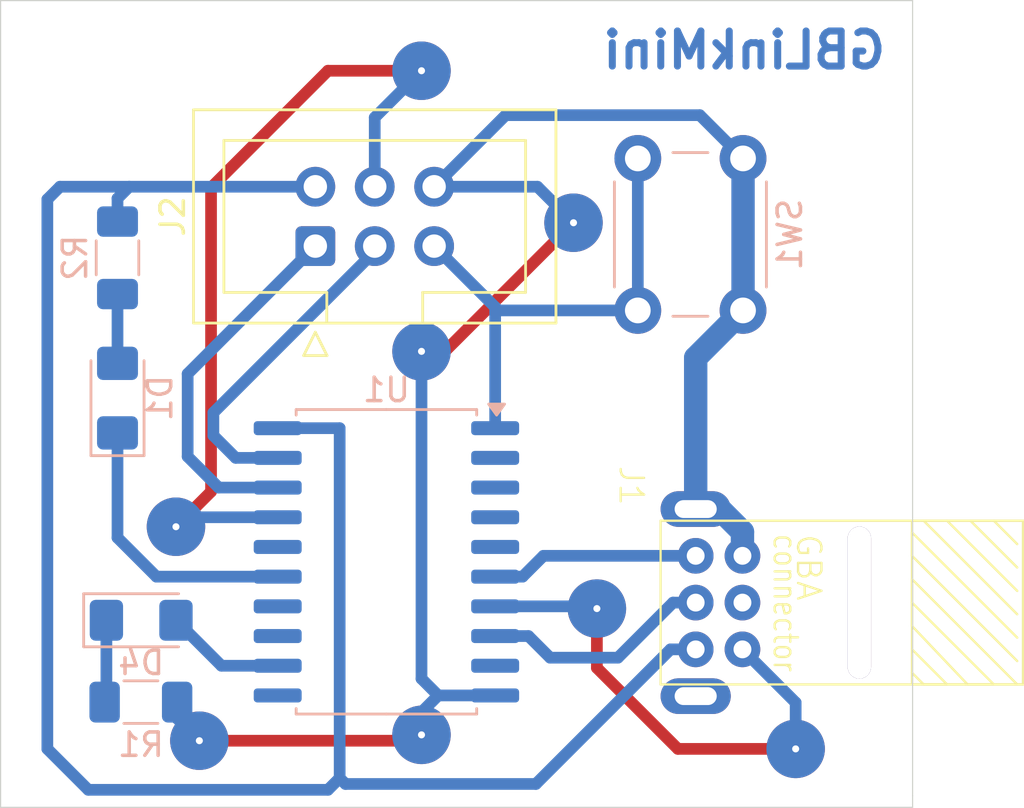
<source format=kicad_pcb>
(kicad_pcb (version 20240108) (generator "pcbnew") (generator_version "8.0")
  (layers (0 "F.Cu" signal) (31 "B.Cu" signal) (34 "B.Paste" user) (35 "F.Paste" user) (36 "B.SilkS" user "B.Silkscreen") (37 "F.SilkS" user "F.Silkscreen") (38 "B.Mask" user) (39 "F.Mask" user) (44 "Edge.Cuts" user))
  (net 0 "")
  (net 1 "/GND")
  (net 2 "/GB_CLK")
  (net 3 "/GB_OUT")
  (net 4 "/GB_IN")
  (net 5 "/VCC")
  (net 6 "/~RESET")
  (net 7 "/MOSI")
  (net 8 "/SCK")
  (net 9 "/MISO")
  (net 10 "Net-(D4-K)")
  (net 11 "unconnected-(D4-A-Pad2)")
  (net 12 "unconnected-(D1-K-Pad1)")
  (net 13 "Net-(D1-A)")
  (footprint "kalshagar:GBA_Link_Connector_Male" (layer "F.Cu") (at 156.475 83.244 -90)
    (property "Reference" "J1" (at 0 -0.5 -90) (layer "F.SilkS") (effects (font (thickness 0.1))))
    (property "Value" "~")
    (fp_line (start 1.5 -1.75) (end 8.5 -1.75) (stroke (width 0.1)) (layer "F.SilkS"))
    (fp_line (start 8.5 -1.75) (end 8.5 -17.25) (stroke (width 0.1)) (layer "F.SilkS"))
    (fp_line (start 2 -12.5) (end 3 -12.5) (stroke (width 0.1)) (layer "F.SilkS"))
    (fp_line (start 3 -12.5) (end 7.5 -17) (stroke (width 0.1)) (layer "F.SilkS"))
    (fp_line (start 4 -12.5) (end 5 -12.5) (stroke (width 0.1)) (layer "F.SilkS"))
    (fp_line (start 5 -12.5) (end 8.5 -16) (stroke (width 0.1)) (layer "F.SilkS"))
    (fp_line (start 7 -12.5) (end 8.5 -14) (stroke (width 0.1)) (layer "F.SilkS"))
    (fp_line (start 1.5 -13) (end 5.5 -17) (stroke (width 0.1)) (layer "F.SilkS"))
    (fp_line (start 8.5 -13) (end 8 -12.5) (stroke (width 0.1)) (layer "F.SilkS"))
    (fp_line (start 1.5 -14) (end 1.5 -13) (stroke (width 0.1)) (layer "F.SilkS"))
    (fp_line (start 8.5 -14) (end 8.5 -13) (stroke (width 0.1)) (layer "F.SilkS"))
    (fp_line (start 8.5 -14.875) (end 6 -12.5) (stroke (width 0.1)) (layer "F.SilkS"))
    (fp_line (start 1.5 -15) (end 3.5 -17) (stroke (width 0.1)) (layer "F.SilkS"))
    (fp_line (start 1.5 -16) (end 1.5 -15) (stroke (width 0.1)) (layer "F.SilkS"))
    (fp_line (start 8.5 -16) (end 8.5 -14.875) (stroke (width 0.1)) (layer "F.SilkS"))
    (fp_line (start 2.5 -17) (end 1.5 -16) (stroke (width 0.1)) (layer "F.SilkS"))
    (fp_line (start 4.5 -17) (end 1.5 -14) (stroke (width 0.1)) (layer "F.SilkS"))
    (fp_line (start 6.5 -17) (end 2 -12.5) (stroke (width 0.1)) (layer "F.SilkS"))
    (fp_line (start 8.5 -17) (end 4 -12.5) (stroke (width 0.1)) (layer "F.SilkS"))
    (fp_line (start 1.5 -17.25) (end 1.5 -1.75) (stroke (width 0.1)) (layer "F.SilkS"))
    (fp_line (start 8.5 -17.25) (end 1.5 -17.25) (stroke (width 0.1)) (layer "F.SilkS"))
    (fp_rect (start 5 -12.5) (end 6 -12.5) (stroke (width 0.1)) (fill none) (layer "F.SilkS"))
    (fp_rect (start 1.5 -17.25) (end 8.5 -12.5) (stroke (width 0.1)) (fill none) (layer "F.SilkS"))
    (fp_text user "GBA" (at 2 -7.5 -90) (layer "F.SilkS") (effects (font (thickness 0.1)) (justify left bottom)))
    (fp_text user "connector" (at 2 -6.5 -90) (layer "F.SilkS") (effects (font (size 1 0.8) (thickness 0.1)) (justify left bottom)))
    (pad "1" thru_hole circle (at 7 -3.25 270) (size 1.524 1.524) (drill 0.762) (layers "*.Cu" "*.Mask") (net 5 "/VCC"))
    (pad "2" thru_hole circle (at 5 -3.25 270) (size 1.524 1.524) (drill 0.762) (layers "*.Cu" "*.Mask") (net 4 "/GB_IN"))
    (pad "3" thru_hole circle (at 3 -3.25 270) (size 1.524 1.524) (drill 0.762) (layers "*.Cu" "*.Mask") (net 2 "/GB_CLK"))
    (pad "4" thru_hole circle (at 7 -5.25 270) (size 1.524 1.524) (drill 0.762) (layers "*.Cu" "*.Mask") (net 3 "/GB_OUT"))
    (pad "5" thru_hole circle (at 5 -5.25 270) (size 1.524 1.524) (drill 0.762) (layers "*.Cu" "*.Mask"))
    (pad "6" thru_hole oval (at 1 -3.25 270) (size 1.524 3) (drill oval 0.762 1.8) (layers "*.Cu" "*.Mask") (net 1 "/GND"))
    (pad "6" thru_hole circle (at 3 -5.25 270) (size 1.524 1.524) (drill 0.762) (layers "*.Cu" "*.Mask") (net 1 "/GND"))
    (pad "6" thru_hole oval (at 9 -3.25 270) (size 1.524 3) (drill oval 0.762 1.8) (layers "*.Cu" "*.Mask") (net 1 "/GND"))
    (pad "7" thru_hole oval (at 5 -10.25) (size 1 6.5) (drill oval 1 6.5) (layers "*.Cu" "*.Mask"))
  )
  (footprint "Connector_IDC:IDC-Header_2x03_P2.54mm_Vertical" (layer "F.Cu") (at 143.46 73 90)
    (property "Reference" "J2" (at 1.27 -6.1 -90) (layer "F.SilkS"))
    (property "Value" "AVR-ISP-6")
    (fp_line (start 5.83 -5.21) (end 5.83 10.29) (stroke (width 0.12)) (layer "F.SilkS"))
    (fp_line (start -3.29 -5.21) (end 5.83 -5.21) (stroke (width 0.12)) (layer "F.SilkS"))
    (fp_line (start 4.52 -3.91) (end 4.52 8.99) (stroke (width 0.12)) (layer "F.SilkS"))
    (fp_line (start -1.98 -3.91) (end 4.52 -3.91) (stroke (width 0.12)) (layer "F.SilkS"))
    (fp_line (start -4.68 -0.5) (end -4.68 0.5) (stroke (width 0.12)) (layer "F.SilkS"))
    (fp_line (start -3.68 0) (end -4.68 -0.5) (stroke (width 0.12)) (layer "F.SilkS"))
    (fp_line (start -1.98 0.49) (end -1.98 -3.91) (stroke (width 0.12)) (layer "F.SilkS"))
    (fp_line (start -3.29 0.49) (end -1.98 0.49) (stroke (width 0.12)) (layer "F.SilkS"))
    (fp_line (start -4.68 0.5) (end -3.68 0) (stroke (width 0.12)) (layer "F.SilkS"))
    (fp_line (start -1.98 4.59) (end -1.98 4.59) (stroke (width 0.12)) (layer "F.SilkS"))
    (fp_line (start -1.98 4.59) (end -3.29 4.59) (stroke (width 0.12)) (layer "F.SilkS"))
    (fp_line (start 4.52 8.99) (end -1.98 8.99) (stroke (width 0.12)) (layer "F.SilkS"))
    (fp_line (start -1.98 8.99) (end -1.98 4.59) (stroke (width 0.12)) (layer "F.SilkS"))
    (fp_line (start 5.83 10.29) (end -3.29 10.29) (stroke (width 0.12)) (layer "F.SilkS"))
    (fp_line (start -3.29 10.29) (end -3.29 -5.21) (stroke (width 0.12)) (layer "F.SilkS"))
    (pad "1" thru_hole roundrect (at 0 0 90) (size 1.7 1.7) (drill 1) (layers "*.Cu" "*.Mask") (roundrect_rratio 0.147059) (net 9 "/MISO"))
    (pad "2" thru_hole circle (at 2.54 0 90) (size 1.7 1.7) (drill 1) (layers "*.Cu" "*.Mask") (net 5 "/VCC"))
    (pad "3" thru_hole circle (at 0 2.54 90) (size 1.7 1.7) (drill 1) (layers "*.Cu" "*.Mask") (net 8 "/SCK"))
    (pad "4" thru_hole circle (at 2.54 2.54 90) (size 1.7 1.7) (drill 1) (layers "*.Cu" "*.Mask") (net 7 "/MOSI"))
    (pad "5" thru_hole circle (at 0 5.08 90) (size 1.7 1.7) (drill 1) (layers "*.Cu" "*.Mask") (net 6 "/~RESET"))
    (pad "6" thru_hole circle (at 2.54 5.08 90) (size 1.7 1.7) (drill 1) (layers "*.Cu" "*.Mask") (net 1 "/GND"))
  )
  (footprint "Resistor_SMD:R_1206_3216Metric_Pad1.30x1.75mm_HandSolder" (layer "B.Cu") (at 136 92.5)
    (property "Reference" "R1" (at 0 1.82 0) (layer "B.SilkS") (effects (justify mirror)))
    (property "Value" "R")
    (fp_line (start 0.727064 -0.91) (end -0.727064 -0.91) (stroke (width 0.12)) (layer "B.SilkS"))
    (fp_line (start 0.727064 0.91) (end -0.727064 0.91) (stroke (width 0.12)) (layer "B.SilkS"))
    (pad "1" smd roundrect (at -1.55 0) (size 1.3 1.75) (layers "B.Cu" "B.Paste" "B.Mask") (roundrect_rratio 0.192308) (net 10 "Net-(D4-K)"))
    (pad "2" smd roundrect (at 1.55 0) (size 1.3 1.75) (layers "B.Cu" "B.Paste" "B.Mask") (roundrect_rratio 0.192308) (net 1 "/GND"))
  )
  (footprint "LED_SMD:LED_1206_3216Metric_Pad1.42x1.75mm_HandSolder" (layer "B.Cu") (at 136.0125 89)
    (property "Reference" "D4" (at 0 1.82 0) (layer "B.SilkS") (effects (justify mirror)))
    (property "Value" "LED")
    (fp_line (start -2.46 -1.135) (end -2.46 1.135) (stroke (width 0.12)) (layer "B.SilkS"))
    (fp_line (start -2.46 1.135) (end 1.6 1.135) (stroke (width 0.12)) (layer "B.SilkS"))
    (fp_line (start 1.6 -1.135) (end -2.46 -1.135) (stroke (width 0.12)) (layer "B.SilkS"))
    (pad "1" smd roundrect (at -1.4875 0) (size 1.425 1.75) (layers "B.Cu" "B.Paste" "B.Mask") (roundrect_rratio 0.175439) (net 10 "Net-(D4-K)"))
    (pad "2" smd roundrect (at 1.4875 0) (size 1.425 1.75) (layers "B.Cu" "B.Paste" "B.Mask") (roundrect_rratio 0.175439) (net 11 "unconnected-(D4-A-Pad2)"))
  )
  (footprint "Resistor_SMD:R_1206_3216Metric_Pad1.30x1.75mm_HandSolder" (layer "B.Cu") (at 135 73.5 -90)
    (property "Reference" "R2" (at 0 1.82 90) (layer "B.SilkS") (effects (justify mirror)))
    (property "Value" "R")
    (fp_line (start 0.727064 0.91) (end -0.727064 0.91) (stroke (width 0.12)) (layer "B.SilkS"))
    (fp_line (start 0.727064 -0.91) (end -0.727064 -0.91) (stroke (width 0.12)) (layer "B.SilkS"))
    (pad "1" smd roundrect (at -1.55 0 270) (size 1.3 1.75) (layers "B.Cu" "B.Paste" "B.Mask") (roundrect_rratio 0.192308) (net 5 "/VCC"))
    (pad "2" smd roundrect (at 1.55 0 270) (size 1.3 1.75) (layers "B.Cu" "B.Paste" "B.Mask") (roundrect_rratio 0.192308) (net 13 "Net-(D1-A)"))
  )
  (footprint "Button_Switch_THT:SW_PUSH_6mm" (layer "B.Cu") (at 161.75 75.75 90)
    (property "Reference" "SW1" (at 3.25 2 -90) (layer "B.SilkS") (effects (justify mirror)))
    (property "Value" "SW_Reset")
    (fp_line (start 5.5 -5.5) (end 1 -5.5) (stroke (width 0.12)) (layer "B.SilkS"))
    (fp_line (start -0.25 -3) (end -0.25 -1.5) (stroke (width 0.12)) (layer "B.SilkS"))
    (fp_line (start 6.75 -1.5) (end 6.75 -3) (stroke (width 0.12)) (layer "B.SilkS"))
    (fp_line (start 1 1) (end 5.5 1) (stroke (width 0.12)) (layer "B.SilkS"))
    (pad "1" thru_hole circle (at 0 0) (size 2 2) (drill 1.1) (layers "*.Cu" "*.Mask") (net 1 "/GND"))
    (pad "1" thru_hole circle (at 6.5 0) (size 2 2) (drill 1.1) (layers "*.Cu" "*.Mask") (net 1 "/GND"))
    (pad "2" thru_hole circle (at 0 -4.5) (size 2 2) (drill 1.1) (layers "*.Cu" "*.Mask") (net 6 "/~RESET"))
    (pad "2" thru_hole circle (at 6.5 -4.5) (size 2 2) (drill 1.1) (layers "*.Cu" "*.Mask") (net 6 "/~RESET"))
  )
  (footprint "Package_SO:SOIC-20W_7.5x12.8mm_P1.27mm" (layer "B.Cu") (at 146.5 86.5 180)
    (property "Reference" "U1" (at 0 7.35 180) (layer "B.SilkS") (effects (justify mirror)))
    (property "Value" "ATtiny2313-20S")
    (fp_line (start 3.86 6.51) (end 0 6.51) (stroke (width 0.12)) (layer "B.SilkS"))
    (fp_line (start 3.86 6.275) (end 3.86 6.51) (stroke (width 0.12)) (layer "B.SilkS"))
    (fp_line (start 3.86 -6.275) (end 3.86 -6.51) (stroke (width 0.12)) (layer "B.SilkS"))
    (fp_line (start 3.86 -6.51) (end 0 -6.51) (stroke (width 0.12)) (layer "B.SilkS"))
    (fp_line (start -3.86 6.51) (end 0 6.51) (stroke (width 0.12)) (layer "B.SilkS"))
    (fp_line (start -3.86 6.275) (end -3.86 6.51) (stroke (width 0.12)) (layer "B.SilkS"))
    (fp_line (start -3.86 -6.275) (end -3.86 -6.51) (stroke (width 0.12)) (layer "B.SilkS"))
    (fp_line (start -3.86 -6.51) (end 0 -6.51) (stroke (width 0.12)) (layer "B.SilkS"))
    (fp_poly (pts (xy -4.7125 6.275) (xy -5.0525 6.745) (xy -4.3725 6.745) (xy -4.7125 6.275)) (stroke (width 0.12)) (fill solid) (layer "B.SilkS"))
    (pad "1" smd roundrect (at -4.65 5.715 180) (size 2.05 0.6) (layers "B.Cu" "B.Paste" "B.Mask") (net 6 "/~RESET"))
    (pad "2" smd roundrect (at -4.65 4.445 180) (size 2.05 0.6) (layers "B.Cu" "B.Paste" "B.Mask"))
    (pad "3" smd roundrect (at -4.65 3.175 180) (size 2.05 0.6) (layers "B.Cu" "B.Paste" "B.Mask"))
    (pad "4" smd roundrect (at -4.65 1.905 180) (size 2.05 0.6) (layers "B.Cu" "B.Paste" "B.Mask"))
    (pad "5" smd roundrect (at -4.65 0.635 180) (size 2.05 0.6) (layers "B.Cu" "B.Paste" "B.Mask"))
    (pad "6" smd roundrect (at -4.65 -0.635 180) (size 2.05 0.6) (layers "B.Cu" "B.Paste" "B.Mask") (net 2 "/GB_CLK"))
    (pad "7" smd roundrect (at -4.65 -1.905 180) (size 2.05 0.6) (layers "B.Cu" "B.Paste" "B.Mask") (net 3 "/GB_OUT"))
    (pad "8" smd roundrect (at -4.65 -3.175 180) (size 2.05 0.6) (layers "B.Cu" "B.Paste" "B.Mask") (net 4 "/GB_IN"))
    (pad "9" smd roundrect (at -4.65 -4.445 180) (size 2.05 0.6) (layers "B.Cu" "B.Paste" "B.Mask"))
    (pad "10" smd roundrect (at -4.65 -5.715 180) (size 2.05 0.6) (layers "B.Cu" "B.Paste" "B.Mask") (net 1 "/GND"))
    (pad "11" smd roundrect (at 4.65 -5.715 180) (size 2.05 0.6) (layers "B.Cu" "B.Paste" "B.Mask"))
    (pad "12" smd roundrect (at 4.65 -4.445 180) (size 2.05 0.6) (layers "B.Cu" "B.Paste" "B.Mask") (net 11 "unconnected-(D4-A-Pad2)"))
    (pad "13" smd roundrect (at 4.65 -3.175 180) (size 2.05 0.6) (layers "B.Cu" "B.Paste" "B.Mask"))
    (pad "14" smd roundrect (at 4.65 -1.905 180) (size 2.05 0.6) (layers "B.Cu" "B.Paste" "B.Mask"))
    (pad "15" smd roundrect (at 4.65 -0.635 180) (size 2.05 0.6) (layers "B.Cu" "B.Paste" "B.Mask") (net 12 "unconnected-(D1-K-Pad1)"))
    (pad "16" smd roundrect (at 4.65 0.635 180) (size 2.05 0.6) (layers "B.Cu" "B.Paste" "B.Mask"))
    (pad "17" smd roundrect (at 4.65 1.905 180) (size 2.05 0.6) (layers "B.Cu" "B.Paste" "B.Mask") (net 7 "/MOSI"))
    (pad "18" smd roundrect (at 4.65 3.175 180) (size 2.05 0.6) (layers "B.Cu" "B.Paste" "B.Mask") (net 9 "/MISO"))
    (pad "19" smd roundrect (at 4.65 4.445 180) (size 2.05 0.6) (layers "B.Cu" "B.Paste" "B.Mask") (net 8 "/SCK"))
    (pad "20" smd roundrect (at 4.65 5.715 180) (size 2.05 0.6) (layers "B.Cu" "B.Paste" "B.Mask") (net 5 "/VCC"))
  )
  (footprint "LED_SMD:LED_1206_3216Metric_Pad1.42x1.75mm_HandSolder" (layer "B.Cu") (at 135 79.5 90)
    (property "Reference" "D1" (at 0 1.82 -90) (layer "B.SilkS") (effects (justify mirror)))
    (property "Value" "LED")
    (fp_line (start 1.6 -1.135) (end -2.46 -1.135) (stroke (width 0.12)) (layer "B.SilkS"))
    (fp_line (start -2.46 -1.135) (end -2.46 1.135) (stroke (width 0.12)) (layer "B.SilkS"))
    (fp_line (start -2.46 1.135) (end 1.6 1.135) (stroke (width 0.12)) (layer "B.SilkS"))
    (pad "1" smd roundrect (at -1.4875 0 90) (size 1.425 1.75) (layers "B.Cu" "B.Paste" "B.Mask") (roundrect_rratio 0.175439) (net 12 "unconnected-(D1-K-Pad1)"))
    (pad "2" smd roundrect (at 1.4875 0 90) (size 1.425 1.75) (layers "B.Cu" "B.Paste" "B.Mask") (roundrect_rratio 0.175439) (net 13 "Net-(D1-A)"))
  )
  (gr_line (start 130 97) (end 169 97) (stroke (width 0.05)) (layer "Edge.Cuts"))
  (gr_line (start 169 62.5) (end 130 62.5) (stroke (width 0.05)) (layer "Edge.Cuts"))
  (gr_line (start 130 62.5) (end 130 97) (stroke (width 0.05)) (layer "Edge.Cuts"))
  (gr_line (start 169 97) (end 169 96.5) (stroke (width 0.05)) (layer "Edge.Cuts"))
  (gr_line (start 169 96.5) (end 169 62.5) (stroke (width 0.05)) (layer "Edge.Cuts"))
  (gr_text "GBLinkMini" (at 168 65.5 0) (layer "B.Cu") (effects (font (size 1.5 1.5) (thickness 0.3) (bold yes)) (justify left bottom mirror)))
  (segment (start 147.75 94.15) (end 148 93.9) (width 0.5) (layer "F.Cu") (net 1))
  (segment (start 149 77.5) (end 148 77.5) (width 0.5) (layer "F.Cu") (net 1))
  (segment (start 138.5 94.15) (end 147.75 94.15) (width 0.5) (layer "F.Cu") (net 1))
  (segment (start 154.5 72) (end 149 77.5) (width 0.5) (layer "F.Cu") (net 1))
  (via (at 138.5 94.15) (size 2.5) (drill 0.3) (layers "F.Cu" "B.Cu") (net 1))
  (via (at 148 93.9) (size 2.5) (drill 0.3) (layers "F.Cu" "B.Cu") (net 1))
  (via (at 154.5 72) (size 2.5) (drill 0.3) (layers "F.Cu" "B.Cu") (net 1))
  (via (at 148 77.5) (size 2.5) (drill 0.3) (layers "F.Cu" "B.Cu") (net 1))
  (segment (start 159.725 84.244) (end 160.749 84.244) (width 1) (layer "B.Cu") (net 1))
  (segment (start 161.725 85.22) (end 161.725 86.244) (width 1) (layer "B.Cu") (net 1))
  (segment (start 152.96 70.46) (end 154.5 72) (width 0.5) (layer "B.Cu") (net 1))
  (segment (start 148 93.9) (end 148 92.93) (width 0.5) (layer "B.Cu") (net 1))
  (segment (start 159.725 77.775) (end 161.75 75.75) (width 1) (layer "B.Cu") (net 1))
  (segment (start 148 91.5) (end 148.715 92.215) (width 0.5) (layer "B.Cu") (net 1))
  (segment (start 148.54 70.46) (end 151.6 67.4) (width 0.5) (layer "B.Cu") (net 1))
  (segment (start 137.55 93.2) (end 138.5 94.15) (width 0.5) (layer "B.Cu") (net 1))
  (segment (start 148.54 70.46) (end 152.96 70.46) (width 0.5) (layer "B.Cu") (net 1))
  (segment (start 148.715 92.215) (end 151.15 92.215) (width 0.5) (layer "B.Cu") (net 1))
  (segment (start 148 77.5) (end 148 91.5) (width 0.5) (layer "B.Cu") (net 1))
  (segment (start 148 92.93) (end 148.715 92.215) (width 0.5) (layer "B.Cu") (net 1))
  (segment (start 137.55 92.5) (end 137.55 93.2) (width 0.5) (layer "B.Cu") (net 1))
  (segment (start 160.749 84.244) (end 161.725 85.22) (width 1) (layer "B.Cu") (net 1))
  (segment (start 159.9 67.4) (end 161.75 69.25) (width 0.5) (layer "B.Cu") (net 1))
  (segment (start 151.6 67.4) (end 159.9 67.4) (width 0.5) (layer "B.Cu") (net 1))
  (segment (start 159.725 84.244) (end 159.725 77.775) (width 1) (layer "B.Cu") (net 1))
  (segment (start 161.75 75.75) (end 161.75 69.25) (width 1) (layer "B.Cu") (net 1))
  (segment (start 159.725 92.244) (end 159.624 92.345) (width 1) (layer "B.Cu") (net 1))
  (segment (start 153.21437 86.244) (end 152.32337 87.135) (width 0.5) (layer "B.Cu") (net 2))
  (segment (start 152.32337 87.135) (end 151.15 87.135) (width 0.5) (layer "B.Cu") (net 2))
  (segment (start 159.725 86.244) (end 153.21437 86.244) (width 0.5) (layer "B.Cu") (net 2))
  (segment (start 164 94.5) (end 158.963288 94.5) (width 0.5) (layer "F.Cu") (net 3))
  (segment (start 155.5 91.036712) (end 155.5 88.5) (width 0.5) (layer "F.Cu") (net 3))
  (segment (start 158.963288 94.5) (end 155.5 91.036712) (width 0.5) (layer "F.Cu") (net 3))
  (via (at 155.5 88.5) (size 2.5) (drill 0.3) (layers "F.Cu" "B.Cu") (net 3))
  (via (at 164 94.5) (size 2.5) (drill 0.3) (layers "F.Cu" "B.Cu") (net 3))
  (segment (start 155.405 88.405) (end 151.15 88.405) (width 0.5) (layer "B.Cu") (net 3))
  (segment (start 155.5 88.5) (end 155.405 88.405) (width 0.5) (layer "B.Cu") (net 3))
  (segment (start 164 92.519) (end 164 94.5) (width 0.5) (layer "B.Cu") (net 3))
  (segment (start 161.725 90.244) (end 164 92.519) (width 0.5) (layer "B.Cu") (net 3))
  (segment (start 158.756 88.244) (end 156.4 90.6) (width 0.5) (layer "B.Cu") (net 4))
  (segment (start 152.575 89.675) (end 151.15 89.675) (width 0.5) (layer "B.Cu") (net 4))
  (segment (start 153.5 90.6) (end 152.575 89.675) (width 0.5) (layer "B.Cu") (net 4))
  (segment (start 159.725 88.244) (end 158.756 88.244) (width 0.5) (layer "B.Cu") (net 4))
  (segment (start 156.4 90.6) (end 153.5 90.6) (width 0.5) (layer "B.Cu") (net 4))
  (segment (start 141.85 80.785) (end 144.5 80.785) (width 0.5) (layer "B.Cu") (net 5))
  (segment (start 132 94.5) (end 132 71) (width 0.5) (layer "B.Cu") (net 5))
  (segment (start 135 71.95) (end 135 70.96) (width 0.5) (layer "B.Cu") (net 5))
  (segment (start 144 96.25) (end 133.75 96.25) (width 0.5) (layer "B.Cu") (net 5))
  (segment (start 144.5 80.785) (end 144.5 95.75) (width 0.5) (layer "B.Cu") (net 5))
  (segment (start 144.75 96) (end 144.5 95.75) (width 0.5) (layer "B.Cu") (net 5))
  (segment (start 159.725 90.244) (end 158.64737 90.244) (width 0.5) (layer "B.Cu") (net 5))
  (segment (start 132.54 70.46) (end 135.5 70.46) (width 0.5) (layer "B.Cu") (net 5))
  (segment (start 152.89137 96) (end 144.75 96) (width 0.5) (layer "B.Cu") (net 5))
  (segment (start 133.75 96.25) (end 132 94.5) (width 0.5) (layer "B.Cu") (net 5))
  (segment (start 144.5 95.75) (end 144 96.25) (width 0.5) (layer "B.Cu") (net 5))
  (segment (start 135 70.96) (end 135.5 70.46) (width 0.5) (layer "B.Cu") (net 5))
  (segment (start 132 71) (end 132.54 70.46) (width 0.5) (layer "B.Cu") (net 5))
  (segment (start 158.64737 90.244) (end 152.89137 96) (width 0.5) (layer "B.Cu") (net 5))
  (segment (start 135.5 70.46) (end 143.46 70.46) (width 0.5) (layer "B.Cu") (net 5))
  (segment (start 148.54 73) (end 151.15 75.61) (width 0.5) (layer "B.Cu") (net 6))
  (segment (start 151.29 75.75) (end 151.15 75.61) (width 0.5) (layer "B.Cu") (net 6))
  (segment (start 157.25 69.25) (end 157.25 75.75) (width 0.5) (layer "B.Cu") (net 6))
  (segment (start 157.25 75.75) (end 151.29 75.75) (width 0.5) (layer "B.Cu") (net 6))
  (segment (start 151.15 75.61) (end 151.15 80.785) (width 0.5) (layer "B.Cu") (net 6))
  (segment (start 148 65.5) (end 144 65.5) (width 0.5) (layer "F.Cu") (net 7))
  (segment (start 139 70.5) (end 139 83.5) (width 0.5) (layer "F.Cu") (net 7))
  (segment (start 139 83.5) (end 137.5 85) (width 0.5) (layer "F.Cu") (net 7))
  (segment (start 144 65.5) (end 139 70.5) (width 0.5) (layer "F.Cu") (net 7))
  (via (at 137.5 85) (size 2.5) (drill 0.3) (layers "F.Cu" "B.Cu") (net 7))
  (via (at 148 65.5) (size 2.5) (drill 0.3) (layers "F.Cu" "B.Cu") (net 7))
  (segment (start 146 67.5) (end 146 70.46) (width 0.5) (layer "B.Cu") (net 7))
  (segment (start 137.5 85) (end 137.905 84.595) (width 0.5) (layer "B.Cu") (net 7))
  (segment (start 148 65.5) (end 146 67.5) (width 0.5) (layer "B.Cu") (net 7))
  (segment (start 137.905 84.595) (end 141.85 84.595) (width 0.5) (layer "B.Cu") (net 7))
  (segment (start 139.1 81.1) (end 140.055 82.055) (width 0.5) (layer "B.Cu") (net 8))
  (segment (start 146 73) (end 146 73.222562) (width 0.5) (layer "B.Cu") (net 8))
  (segment (start 140.055 82.055) (end 141.85 82.055) (width 0.5) (layer "B.Cu") (net 8))
  (segment (start 146 73.222562) (end 139.1 80.122562) (width 0.5) (layer "B.Cu") (net 8))
  (segment (start 139.1 80.122562) (end 139.1 81.1) (width 0.5) (layer "B.Cu") (net 8))
  (segment (start 143.46 73) (end 138 78.46) (width 0.5) (layer "B.Cu") (net 9))
  (segment (start 138 82) (end 139.325 83.325) (width 0.5) (layer "B.Cu") (net 9))
  (segment (start 138 78.46) (end 138 82) (width 0.5) (layer "B.Cu") (net 9))
  (segment (start 139.325 83.325) (end 141.85 83.325) (width 0.5) (layer "B.Cu") (net 9))
  (segment (start 134.525 89) (end 134.525 92.425) (width 0.5) (layer "B.Cu") (net 10))
  (segment (start 134.525 92.425) (end 134.45 92.5) (width 0.5) (layer "B.Cu") (net 10))
  (segment (start 139.445 90.945) (end 137.5 89) (width 0.5) (layer "B.Cu") (net 11))
  (segment (start 141.85 90.945) (end 139.445 90.945) (width 0.5) (layer "B.Cu") (net 11))
  (segment (start 136.665151 87.135) (end 135 85.469849) (width 0.5) (layer "B.Cu") (net 12))
  (segment (start 141.85 87.135) (end 136.665151 87.135) (width 0.5) (layer "B.Cu") (net 12))
  (segment (start 135 85.469849) (end 135 80.9875) (width 0.5) (layer "B.Cu") (net 12))
  (segment (start 135 75.05) (end 135 78.0125) (width 0.5) (layer "B.Cu") (net 13))
)
</source>
